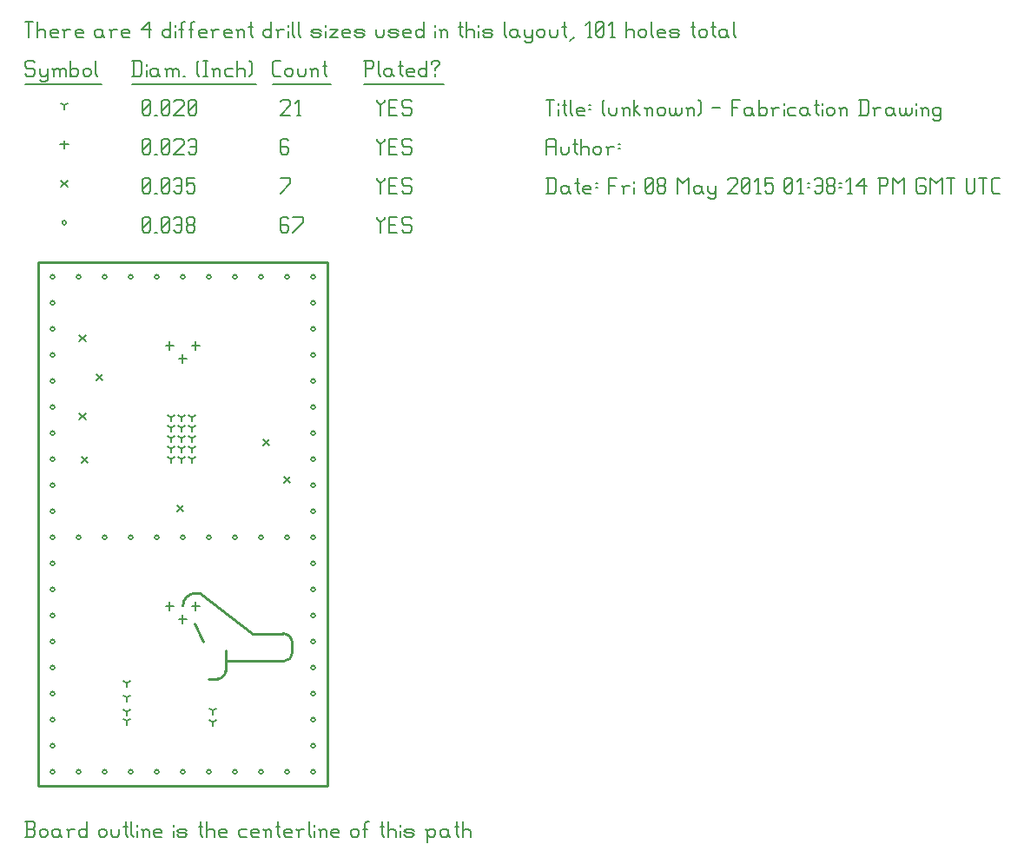
<source format=gbr>
G04 start of page 12 for group -3984 idx -3984 *
G04 Title: (unknown), fab *
G04 Creator: pcb 20140316 *
G04 CreationDate: Fri 08 May 2015 01:38:14 PM GMT UTC *
G04 For: fosse *
G04 Format: Gerber/RS-274X *
G04 PCB-Dimensions (mil): 1250.00 2150.00 *
G04 PCB-Coordinate-Origin: lower left *
%MOIN*%
%FSLAX25Y25*%
%LNFAB*%
%ADD93C,0.0100*%
%ADD92C,0.0060*%
%ADD91C,0.0080*%
G54D91*X9700Y205500D02*G75*G03X11300Y205500I800J0D01*G01*
G75*G03X9700Y205500I-800J0D01*G01*
Y195500D02*G75*G03X11300Y195500I800J0D01*G01*
G75*G03X9700Y195500I-800J0D01*G01*
Y185500D02*G75*G03X11300Y185500I800J0D01*G01*
G75*G03X9700Y185500I-800J0D01*G01*
Y175500D02*G75*G03X11300Y175500I800J0D01*G01*
G75*G03X9700Y175500I-800J0D01*G01*
Y165500D02*G75*G03X11300Y165500I800J0D01*G01*
G75*G03X9700Y165500I-800J0D01*G01*
Y155500D02*G75*G03X11300Y155500I800J0D01*G01*
G75*G03X9700Y155500I-800J0D01*G01*
Y145500D02*G75*G03X11300Y145500I800J0D01*G01*
G75*G03X9700Y145500I-800J0D01*G01*
Y135500D02*G75*G03X11300Y135500I800J0D01*G01*
G75*G03X9700Y135500I-800J0D01*G01*
Y125500D02*G75*G03X11300Y125500I800J0D01*G01*
G75*G03X9700Y125500I-800J0D01*G01*
Y115500D02*G75*G03X11300Y115500I800J0D01*G01*
G75*G03X9700Y115500I-800J0D01*G01*
Y105500D02*G75*G03X11300Y105500I800J0D01*G01*
G75*G03X9700Y105500I-800J0D01*G01*
Y95500D02*G75*G03X11300Y95500I800J0D01*G01*
G75*G03X9700Y95500I-800J0D01*G01*
Y85500D02*G75*G03X11300Y85500I800J0D01*G01*
G75*G03X9700Y85500I-800J0D01*G01*
Y75500D02*G75*G03X11300Y75500I800J0D01*G01*
G75*G03X9700Y75500I-800J0D01*G01*
Y65500D02*G75*G03X11300Y65500I800J0D01*G01*
G75*G03X9700Y65500I-800J0D01*G01*
Y55500D02*G75*G03X11300Y55500I800J0D01*G01*
G75*G03X9700Y55500I-800J0D01*G01*
Y45500D02*G75*G03X11300Y45500I800J0D01*G01*
G75*G03X9700Y45500I-800J0D01*G01*
Y35500D02*G75*G03X11300Y35500I800J0D01*G01*
G75*G03X9700Y35500I-800J0D01*G01*
Y25500D02*G75*G03X11300Y25500I800J0D01*G01*
G75*G03X9700Y25500I-800J0D01*G01*
Y15500D02*G75*G03X11300Y15500I800J0D01*G01*
G75*G03X9700Y15500I-800J0D01*G01*
X109700Y205500D02*G75*G03X111300Y205500I800J0D01*G01*
G75*G03X109700Y205500I-800J0D01*G01*
Y195500D02*G75*G03X111300Y195500I800J0D01*G01*
G75*G03X109700Y195500I-800J0D01*G01*
Y185500D02*G75*G03X111300Y185500I800J0D01*G01*
G75*G03X109700Y185500I-800J0D01*G01*
Y175500D02*G75*G03X111300Y175500I800J0D01*G01*
G75*G03X109700Y175500I-800J0D01*G01*
Y165500D02*G75*G03X111300Y165500I800J0D01*G01*
G75*G03X109700Y165500I-800J0D01*G01*
Y155500D02*G75*G03X111300Y155500I800J0D01*G01*
G75*G03X109700Y155500I-800J0D01*G01*
Y145500D02*G75*G03X111300Y145500I800J0D01*G01*
G75*G03X109700Y145500I-800J0D01*G01*
Y135500D02*G75*G03X111300Y135500I800J0D01*G01*
G75*G03X109700Y135500I-800J0D01*G01*
Y125500D02*G75*G03X111300Y125500I800J0D01*G01*
G75*G03X109700Y125500I-800J0D01*G01*
Y115500D02*G75*G03X111300Y115500I800J0D01*G01*
G75*G03X109700Y115500I-800J0D01*G01*
Y105500D02*G75*G03X111300Y105500I800J0D01*G01*
G75*G03X109700Y105500I-800J0D01*G01*
Y95500D02*G75*G03X111300Y95500I800J0D01*G01*
G75*G03X109700Y95500I-800J0D01*G01*
Y85500D02*G75*G03X111300Y85500I800J0D01*G01*
G75*G03X109700Y85500I-800J0D01*G01*
Y75500D02*G75*G03X111300Y75500I800J0D01*G01*
G75*G03X109700Y75500I-800J0D01*G01*
Y65500D02*G75*G03X111300Y65500I800J0D01*G01*
G75*G03X109700Y65500I-800J0D01*G01*
Y55500D02*G75*G03X111300Y55500I800J0D01*G01*
G75*G03X109700Y55500I-800J0D01*G01*
Y45500D02*G75*G03X111300Y45500I800J0D01*G01*
G75*G03X109700Y45500I-800J0D01*G01*
Y35500D02*G75*G03X111300Y35500I800J0D01*G01*
G75*G03X109700Y35500I-800J0D01*G01*
Y25500D02*G75*G03X111300Y25500I800J0D01*G01*
G75*G03X109700Y25500I-800J0D01*G01*
Y15500D02*G75*G03X111300Y15500I800J0D01*G01*
G75*G03X109700Y15500I-800J0D01*G01*
X19700D02*G75*G03X21300Y15500I800J0D01*G01*
G75*G03X19700Y15500I-800J0D01*G01*
X29700D02*G75*G03X31300Y15500I800J0D01*G01*
G75*G03X29700Y15500I-800J0D01*G01*
X39700D02*G75*G03X41300Y15500I800J0D01*G01*
G75*G03X39700Y15500I-800J0D01*G01*
X49700D02*G75*G03X51300Y15500I800J0D01*G01*
G75*G03X49700Y15500I-800J0D01*G01*
X59700D02*G75*G03X61300Y15500I800J0D01*G01*
G75*G03X59700Y15500I-800J0D01*G01*
X69700D02*G75*G03X71300Y15500I800J0D01*G01*
G75*G03X69700Y15500I-800J0D01*G01*
X79700D02*G75*G03X81300Y15500I800J0D01*G01*
G75*G03X79700Y15500I-800J0D01*G01*
X89700D02*G75*G03X91300Y15500I800J0D01*G01*
G75*G03X89700Y15500I-800J0D01*G01*
X99700D02*G75*G03X101300Y15500I800J0D01*G01*
G75*G03X99700Y15500I-800J0D01*G01*
X19700Y105500D02*G75*G03X21300Y105500I800J0D01*G01*
G75*G03X19700Y105500I-800J0D01*G01*
X29700D02*G75*G03X31300Y105500I800J0D01*G01*
G75*G03X29700Y105500I-800J0D01*G01*
X39700D02*G75*G03X41300Y105500I800J0D01*G01*
G75*G03X39700Y105500I-800J0D01*G01*
X49700D02*G75*G03X51300Y105500I800J0D01*G01*
G75*G03X49700Y105500I-800J0D01*G01*
X59700D02*G75*G03X61300Y105500I800J0D01*G01*
G75*G03X59700Y105500I-800J0D01*G01*
X69700D02*G75*G03X71300Y105500I800J0D01*G01*
G75*G03X69700Y105500I-800J0D01*G01*
X79700D02*G75*G03X81300Y105500I800J0D01*G01*
G75*G03X79700Y105500I-800J0D01*G01*
X89700D02*G75*G03X91300Y105500I800J0D01*G01*
G75*G03X89700Y105500I-800J0D01*G01*
X99700D02*G75*G03X101300Y105500I800J0D01*G01*
G75*G03X99700Y105500I-800J0D01*G01*
X19700Y205500D02*G75*G03X21300Y205500I800J0D01*G01*
G75*G03X19700Y205500I-800J0D01*G01*
X29700D02*G75*G03X31300Y205500I800J0D01*G01*
G75*G03X29700Y205500I-800J0D01*G01*
X39700D02*G75*G03X41300Y205500I800J0D01*G01*
G75*G03X39700Y205500I-800J0D01*G01*
X49700D02*G75*G03X51300Y205500I800J0D01*G01*
G75*G03X49700Y205500I-800J0D01*G01*
X59700D02*G75*G03X61300Y205500I800J0D01*G01*
G75*G03X59700Y205500I-800J0D01*G01*
X69700D02*G75*G03X71300Y205500I800J0D01*G01*
G75*G03X69700Y205500I-800J0D01*G01*
X79700D02*G75*G03X81300Y205500I800J0D01*G01*
G75*G03X79700Y205500I-800J0D01*G01*
X89700D02*G75*G03X91300Y205500I800J0D01*G01*
G75*G03X89700Y205500I-800J0D01*G01*
X99700D02*G75*G03X101300Y205500I800J0D01*G01*
G75*G03X99700Y205500I-800J0D01*G01*
X14200Y226250D02*G75*G03X15800Y226250I800J0D01*G01*
G75*G03X14200Y226250I-800J0D01*G01*
G54D92*X135000Y228500D02*Y227750D01*
X136500Y226250D01*
X138000Y227750D01*
Y228500D02*Y227750D01*
X136500Y226250D02*Y222500D01*
X139800Y225500D02*X142050D01*
X139800Y222500D02*X142800D01*
X139800Y228500D02*Y222500D01*
Y228500D02*X142800D01*
X147600D02*X148350Y227750D01*
X145350Y228500D02*X147600D01*
X144600Y227750D02*X145350Y228500D01*
X144600Y227750D02*Y226250D01*
X145350Y225500D01*
X147600D01*
X148350Y224750D01*
Y223250D01*
X147600Y222500D02*X148350Y223250D01*
X145350Y222500D02*X147600D01*
X144600Y223250D02*X145350Y222500D01*
X100250Y228500D02*X101000Y227750D01*
X98750Y228500D02*X100250D01*
X98000Y227750D02*X98750Y228500D01*
X98000Y227750D02*Y223250D01*
X98750Y222500D01*
X100250Y225500D02*X101000Y224750D01*
X98000Y225500D02*X100250D01*
X98750Y222500D02*X100250D01*
X101000Y223250D01*
Y224750D02*Y223250D01*
X102800Y222500D02*X106550Y226250D01*
Y228500D02*Y226250D01*
X102800Y228500D02*X106550D01*
X45000Y223250D02*X45750Y222500D01*
X45000Y227750D02*Y223250D01*
Y227750D02*X45750Y228500D01*
X47250D01*
X48000Y227750D01*
Y223250D01*
X47250Y222500D02*X48000Y223250D01*
X45750Y222500D02*X47250D01*
X45000Y224000D02*X48000Y227000D01*
X49800Y222500D02*X50550D01*
X52350Y223250D02*X53100Y222500D01*
X52350Y227750D02*Y223250D01*
Y227750D02*X53100Y228500D01*
X54600D01*
X55350Y227750D01*
Y223250D01*
X54600Y222500D02*X55350Y223250D01*
X53100Y222500D02*X54600D01*
X52350Y224000D02*X55350Y227000D01*
X57150Y227750D02*X57900Y228500D01*
X59400D01*
X60150Y227750D01*
Y223250D01*
X59400Y222500D02*X60150Y223250D01*
X57900Y222500D02*X59400D01*
X57150Y223250D02*X57900Y222500D01*
Y225500D02*X60150D01*
X61950Y223250D02*X62700Y222500D01*
X61950Y224750D02*Y223250D01*
Y224750D02*X62700Y225500D01*
X64200D01*
X64950Y224750D01*
Y223250D01*
X64200Y222500D02*X64950Y223250D01*
X62700Y222500D02*X64200D01*
X61950Y226250D02*X62700Y225500D01*
X61950Y227750D02*Y226250D01*
Y227750D02*X62700Y228500D01*
X64200D01*
X64950Y227750D01*
Y226250D01*
X64200Y225500D02*X64950Y226250D01*
X20800Y153200D02*X23200Y150800D01*
X20800D02*X23200Y153200D01*
X20800Y183200D02*X23200Y180800D01*
X20800D02*X23200Y183200D01*
X58300Y117700D02*X60700Y115300D01*
X58300D02*X60700Y117700D01*
X21550Y136450D02*X23950Y134050D01*
X21550D02*X23950Y136450D01*
X99300Y128700D02*X101700Y126300D01*
X99300D02*X101700Y128700D01*
X27300Y168200D02*X29700Y165800D01*
X27300D02*X29700Y168200D01*
X91300Y143200D02*X93700Y140800D01*
X91300D02*X93700Y143200D01*
X13800Y242450D02*X16200Y240050D01*
X13800D02*X16200Y242450D01*
X135000Y243500D02*Y242750D01*
X136500Y241250D01*
X138000Y242750D01*
Y243500D02*Y242750D01*
X136500Y241250D02*Y237500D01*
X139800Y240500D02*X142050D01*
X139800Y237500D02*X142800D01*
X139800Y243500D02*Y237500D01*
Y243500D02*X142800D01*
X147600D02*X148350Y242750D01*
X145350Y243500D02*X147600D01*
X144600Y242750D02*X145350Y243500D01*
X144600Y242750D02*Y241250D01*
X145350Y240500D01*
X147600D01*
X148350Y239750D01*
Y238250D01*
X147600Y237500D02*X148350Y238250D01*
X145350Y237500D02*X147600D01*
X144600Y238250D02*X145350Y237500D01*
X98000D02*X101750Y241250D01*
Y243500D02*Y241250D01*
X98000Y243500D02*X101750D01*
X45000Y238250D02*X45750Y237500D01*
X45000Y242750D02*Y238250D01*
Y242750D02*X45750Y243500D01*
X47250D01*
X48000Y242750D01*
Y238250D01*
X47250Y237500D02*X48000Y238250D01*
X45750Y237500D02*X47250D01*
X45000Y239000D02*X48000Y242000D01*
X49800Y237500D02*X50550D01*
X52350Y238250D02*X53100Y237500D01*
X52350Y242750D02*Y238250D01*
Y242750D02*X53100Y243500D01*
X54600D01*
X55350Y242750D01*
Y238250D01*
X54600Y237500D02*X55350Y238250D01*
X53100Y237500D02*X54600D01*
X52350Y239000D02*X55350Y242000D01*
X57150Y242750D02*X57900Y243500D01*
X59400D01*
X60150Y242750D01*
Y238250D01*
X59400Y237500D02*X60150Y238250D01*
X57900Y237500D02*X59400D01*
X57150Y238250D02*X57900Y237500D01*
Y240500D02*X60150D01*
X61950Y243500D02*X64950D01*
X61950D02*Y240500D01*
X62700Y241250D01*
X64200D01*
X64950Y240500D01*
Y238250D01*
X64200Y237500D02*X64950Y238250D01*
X62700Y237500D02*X64200D01*
X61950Y238250D02*X62700Y237500D01*
X55500Y80600D02*Y77400D01*
X53900Y79000D02*X57100D01*
X65500Y80600D02*Y77400D01*
X63900Y79000D02*X67100D01*
X60500Y75600D02*Y72400D01*
X58900Y74000D02*X62100D01*
X55500Y180600D02*Y177400D01*
X53900Y179000D02*X57100D01*
X65500Y180600D02*Y177400D01*
X63900Y179000D02*X67100D01*
X60500Y175600D02*Y172400D01*
X58900Y174000D02*X62100D01*
X15000Y257850D02*Y254650D01*
X13400Y256250D02*X16600D01*
X135000Y258500D02*Y257750D01*
X136500Y256250D01*
X138000Y257750D01*
Y258500D02*Y257750D01*
X136500Y256250D02*Y252500D01*
X139800Y255500D02*X142050D01*
X139800Y252500D02*X142800D01*
X139800Y258500D02*Y252500D01*
Y258500D02*X142800D01*
X147600D02*X148350Y257750D01*
X145350Y258500D02*X147600D01*
X144600Y257750D02*X145350Y258500D01*
X144600Y257750D02*Y256250D01*
X145350Y255500D01*
X147600D01*
X148350Y254750D01*
Y253250D01*
X147600Y252500D02*X148350Y253250D01*
X145350Y252500D02*X147600D01*
X144600Y253250D02*X145350Y252500D01*
X100250Y258500D02*X101000Y257750D01*
X98750Y258500D02*X100250D01*
X98000Y257750D02*X98750Y258500D01*
X98000Y257750D02*Y253250D01*
X98750Y252500D01*
X100250Y255500D02*X101000Y254750D01*
X98000Y255500D02*X100250D01*
X98750Y252500D02*X100250D01*
X101000Y253250D01*
Y254750D02*Y253250D01*
X45000D02*X45750Y252500D01*
X45000Y257750D02*Y253250D01*
Y257750D02*X45750Y258500D01*
X47250D01*
X48000Y257750D01*
Y253250D01*
X47250Y252500D02*X48000Y253250D01*
X45750Y252500D02*X47250D01*
X45000Y254000D02*X48000Y257000D01*
X49800Y252500D02*X50550D01*
X52350Y253250D02*X53100Y252500D01*
X52350Y257750D02*Y253250D01*
Y257750D02*X53100Y258500D01*
X54600D01*
X55350Y257750D01*
Y253250D01*
X54600Y252500D02*X55350Y253250D01*
X53100Y252500D02*X54600D01*
X52350Y254000D02*X55350Y257000D01*
X57150Y257750D02*X57900Y258500D01*
X60150D01*
X60900Y257750D01*
Y256250D01*
X57150Y252500D02*X60900Y256250D01*
X57150Y252500D02*X60900D01*
X62700Y257750D02*X63450Y258500D01*
X64950D01*
X65700Y257750D01*
Y253250D01*
X64950Y252500D02*X65700Y253250D01*
X63450Y252500D02*X64950D01*
X62700Y253250D02*X63450Y252500D01*
Y255500D02*X65700D01*
X64000Y151500D02*Y149900D01*
Y151500D02*X65387Y152300D01*
X64000Y151500D02*X62613Y152300D01*
X60000Y151500D02*Y149900D01*
Y151500D02*X61387Y152300D01*
X60000Y151500D02*X58613Y152300D01*
X56000Y151500D02*Y149900D01*
Y151500D02*X57387Y152300D01*
X56000Y151500D02*X54613Y152300D01*
X56000Y147500D02*Y145900D01*
Y147500D02*X57387Y148300D01*
X56000Y147500D02*X54613Y148300D01*
X60000Y147500D02*Y145900D01*
Y147500D02*X61387Y148300D01*
X60000Y147500D02*X58613Y148300D01*
X64000Y147500D02*Y145900D01*
Y147500D02*X65387Y148300D01*
X64000Y147500D02*X62613Y148300D01*
X64000Y143500D02*Y141900D01*
Y143500D02*X65387Y144300D01*
X64000Y143500D02*X62613Y144300D01*
X60000Y143500D02*Y141900D01*
Y143500D02*X61387Y144300D01*
X60000Y143500D02*X58613Y144300D01*
X56000Y143500D02*Y141900D01*
Y143500D02*X57387Y144300D01*
X56000Y143500D02*X54613Y144300D01*
X56000Y139500D02*Y137900D01*
Y139500D02*X57387Y140300D01*
X56000Y139500D02*X54613Y140300D01*
X60000Y139500D02*Y137900D01*
Y139500D02*X61387Y140300D01*
X60000Y139500D02*X58613Y140300D01*
X64000Y139500D02*Y137900D01*
Y139500D02*X65387Y140300D01*
X64000Y139500D02*X62613Y140300D01*
X64000Y135500D02*Y133900D01*
Y135500D02*X65387Y136300D01*
X64000Y135500D02*X62613Y136300D01*
X60000Y135500D02*Y133900D01*
Y135500D02*X61387Y136300D01*
X60000Y135500D02*X58613Y136300D01*
X56000Y135500D02*Y133900D01*
Y135500D02*X57387Y136300D01*
X56000Y135500D02*X54613Y136300D01*
X72000Y39000D02*Y37400D01*
Y39000D02*X73387Y39800D01*
X72000Y39000D02*X70613Y39800D01*
X39000Y35000D02*Y33400D01*
Y35000D02*X40387Y35800D01*
X39000Y35000D02*X37613Y35800D01*
X39000Y38500D02*Y36900D01*
Y38500D02*X40387Y39300D01*
X39000Y38500D02*X37613Y39300D01*
X72000Y34500D02*Y32900D01*
Y34500D02*X73387Y35300D01*
X72000Y34500D02*X70613Y35300D01*
X39000Y44000D02*Y42400D01*
Y44000D02*X40387Y44800D01*
X39000Y44000D02*X37613Y44800D01*
X39000Y49500D02*Y47900D01*
Y49500D02*X40387Y50300D01*
X39000Y49500D02*X37613Y50300D01*
X15000Y271250D02*Y269650D01*
Y271250D02*X16387Y272050D01*
X15000Y271250D02*X13613Y272050D01*
X135000Y273500D02*Y272750D01*
X136500Y271250D01*
X138000Y272750D01*
Y273500D02*Y272750D01*
X136500Y271250D02*Y267500D01*
X139800Y270500D02*X142050D01*
X139800Y267500D02*X142800D01*
X139800Y273500D02*Y267500D01*
Y273500D02*X142800D01*
X147600D02*X148350Y272750D01*
X145350Y273500D02*X147600D01*
X144600Y272750D02*X145350Y273500D01*
X144600Y272750D02*Y271250D01*
X145350Y270500D01*
X147600D01*
X148350Y269750D01*
Y268250D01*
X147600Y267500D02*X148350Y268250D01*
X145350Y267500D02*X147600D01*
X144600Y268250D02*X145350Y267500D01*
X98000Y272750D02*X98750Y273500D01*
X101000D01*
X101750Y272750D01*
Y271250D01*
X98000Y267500D02*X101750Y271250D01*
X98000Y267500D02*X101750D01*
X104300D02*X105800D01*
X105050Y273500D02*Y267500D01*
X103550Y272000D02*X105050Y273500D01*
X45000Y268250D02*X45750Y267500D01*
X45000Y272750D02*Y268250D01*
Y272750D02*X45750Y273500D01*
X47250D01*
X48000Y272750D01*
Y268250D01*
X47250Y267500D02*X48000Y268250D01*
X45750Y267500D02*X47250D01*
X45000Y269000D02*X48000Y272000D01*
X49800Y267500D02*X50550D01*
X52350Y268250D02*X53100Y267500D01*
X52350Y272750D02*Y268250D01*
Y272750D02*X53100Y273500D01*
X54600D01*
X55350Y272750D01*
Y268250D01*
X54600Y267500D02*X55350Y268250D01*
X53100Y267500D02*X54600D01*
X52350Y269000D02*X55350Y272000D01*
X57150Y272750D02*X57900Y273500D01*
X60150D01*
X60900Y272750D01*
Y271250D01*
X57150Y267500D02*X60900Y271250D01*
X57150Y267500D02*X60900D01*
X62700Y268250D02*X63450Y267500D01*
X62700Y272750D02*Y268250D01*
Y272750D02*X63450Y273500D01*
X64950D01*
X65700Y272750D01*
Y268250D01*
X64950Y267500D02*X65700Y268250D01*
X63450Y267500D02*X64950D01*
X62700Y269000D02*X65700Y272000D01*
X3000Y288500D02*X3750Y287750D01*
X750Y288500D02*X3000D01*
X0Y287750D02*X750Y288500D01*
X0Y287750D02*Y286250D01*
X750Y285500D01*
X3000D01*
X3750Y284750D01*
Y283250D01*
X3000Y282500D02*X3750Y283250D01*
X750Y282500D02*X3000D01*
X0Y283250D02*X750Y282500D01*
X5550Y285500D02*Y283250D01*
X6300Y282500D01*
X8550Y285500D02*Y281000D01*
X7800Y280250D02*X8550Y281000D01*
X6300Y280250D02*X7800D01*
X5550Y281000D02*X6300Y280250D01*
Y282500D02*X7800D01*
X8550Y283250D01*
X11100Y284750D02*Y282500D01*
Y284750D02*X11850Y285500D01*
X12600D01*
X13350Y284750D01*
Y282500D01*
Y284750D02*X14100Y285500D01*
X14850D01*
X15600Y284750D01*
Y282500D01*
X10350Y285500D02*X11100Y284750D01*
X17400Y288500D02*Y282500D01*
Y283250D02*X18150Y282500D01*
X19650D01*
X20400Y283250D01*
Y284750D02*Y283250D01*
X19650Y285500D02*X20400Y284750D01*
X18150Y285500D02*X19650D01*
X17400Y284750D02*X18150Y285500D01*
X22200Y284750D02*Y283250D01*
Y284750D02*X22950Y285500D01*
X24450D01*
X25200Y284750D01*
Y283250D01*
X24450Y282500D02*X25200Y283250D01*
X22950Y282500D02*X24450D01*
X22200Y283250D02*X22950Y282500D01*
X27000Y288500D02*Y283250D01*
X27750Y282500D01*
X0Y279250D02*X29250D01*
X41750Y288500D02*Y282500D01*
X44000Y288500D02*X44750Y287750D01*
Y283250D01*
X44000Y282500D02*X44750Y283250D01*
X41000Y282500D02*X44000D01*
X41000Y288500D02*X44000D01*
X46550Y287000D02*Y286250D01*
Y284750D02*Y282500D01*
X50300Y285500D02*X51050Y284750D01*
X48800Y285500D02*X50300D01*
X48050Y284750D02*X48800Y285500D01*
X48050Y284750D02*Y283250D01*
X48800Y282500D01*
X51050Y285500D02*Y283250D01*
X51800Y282500D01*
X48800D02*X50300D01*
X51050Y283250D01*
X54350Y284750D02*Y282500D01*
Y284750D02*X55100Y285500D01*
X55850D01*
X56600Y284750D01*
Y282500D01*
Y284750D02*X57350Y285500D01*
X58100D01*
X58850Y284750D01*
Y282500D01*
X53600Y285500D02*X54350Y284750D01*
X60650Y282500D02*X61400D01*
X65900Y283250D02*X66650Y282500D01*
X65900Y287750D02*X66650Y288500D01*
X65900Y287750D02*Y283250D01*
X68450Y288500D02*X69950D01*
X69200D02*Y282500D01*
X68450D02*X69950D01*
X72500Y284750D02*Y282500D01*
Y284750D02*X73250Y285500D01*
X74000D01*
X74750Y284750D01*
Y282500D01*
X71750Y285500D02*X72500Y284750D01*
X77300Y285500D02*X79550D01*
X76550Y284750D02*X77300Y285500D01*
X76550Y284750D02*Y283250D01*
X77300Y282500D01*
X79550D01*
X81350Y288500D02*Y282500D01*
Y284750D02*X82100Y285500D01*
X83600D01*
X84350Y284750D01*
Y282500D01*
X86150Y288500D02*X86900Y287750D01*
Y283250D01*
X86150Y282500D02*X86900Y283250D01*
X41000Y279250D02*X88700D01*
X95750Y282500D02*X98000D01*
X95000Y283250D02*X95750Y282500D01*
X95000Y287750D02*Y283250D01*
Y287750D02*X95750Y288500D01*
X98000D01*
X99800Y284750D02*Y283250D01*
Y284750D02*X100550Y285500D01*
X102050D01*
X102800Y284750D01*
Y283250D01*
X102050Y282500D02*X102800Y283250D01*
X100550Y282500D02*X102050D01*
X99800Y283250D02*X100550Y282500D01*
X104600Y285500D02*Y283250D01*
X105350Y282500D01*
X106850D01*
X107600Y283250D01*
Y285500D02*Y283250D01*
X110150Y284750D02*Y282500D01*
Y284750D02*X110900Y285500D01*
X111650D01*
X112400Y284750D01*
Y282500D01*
X109400Y285500D02*X110150Y284750D01*
X114950Y288500D02*Y283250D01*
X115700Y282500D01*
X114200Y286250D02*X115700D01*
X95000Y279250D02*X117200D01*
X130750Y288500D02*Y282500D01*
X130000Y288500D02*X133000D01*
X133750Y287750D01*
Y286250D01*
X133000Y285500D02*X133750Y286250D01*
X130750Y285500D02*X133000D01*
X135550Y288500D02*Y283250D01*
X136300Y282500D01*
X140050Y285500D02*X140800Y284750D01*
X138550Y285500D02*X140050D01*
X137800Y284750D02*X138550Y285500D01*
X137800Y284750D02*Y283250D01*
X138550Y282500D01*
X140800Y285500D02*Y283250D01*
X141550Y282500D01*
X138550D02*X140050D01*
X140800Y283250D01*
X144100Y288500D02*Y283250D01*
X144850Y282500D01*
X143350Y286250D02*X144850D01*
X147100Y282500D02*X149350D01*
X146350Y283250D02*X147100Y282500D01*
X146350Y284750D02*Y283250D01*
Y284750D02*X147100Y285500D01*
X148600D01*
X149350Y284750D01*
X146350Y284000D02*X149350D01*
Y284750D02*Y284000D01*
X154150Y288500D02*Y282500D01*
X153400D02*X154150Y283250D01*
X151900Y282500D02*X153400D01*
X151150Y283250D02*X151900Y282500D01*
X151150Y284750D02*Y283250D01*
Y284750D02*X151900Y285500D01*
X153400D01*
X154150Y284750D01*
X157450Y285500D02*Y284750D01*
Y283250D02*Y282500D01*
X155950Y287750D02*Y287000D01*
Y287750D02*X156700Y288500D01*
X158200D01*
X158950Y287750D01*
Y287000D01*
X157450Y285500D02*X158950Y287000D01*
X130000Y279250D02*X160750D01*
X0Y303500D02*X3000D01*
X1500D02*Y297500D01*
X4800Y303500D02*Y297500D01*
Y299750D02*X5550Y300500D01*
X7050D01*
X7800Y299750D01*
Y297500D01*
X10350D02*X12600D01*
X9600Y298250D02*X10350Y297500D01*
X9600Y299750D02*Y298250D01*
Y299750D02*X10350Y300500D01*
X11850D01*
X12600Y299750D01*
X9600Y299000D02*X12600D01*
Y299750D02*Y299000D01*
X15150Y299750D02*Y297500D01*
Y299750D02*X15900Y300500D01*
X17400D01*
X14400D02*X15150Y299750D01*
X19950Y297500D02*X22200D01*
X19200Y298250D02*X19950Y297500D01*
X19200Y299750D02*Y298250D01*
Y299750D02*X19950Y300500D01*
X21450D01*
X22200Y299750D01*
X19200Y299000D02*X22200D01*
Y299750D02*Y299000D01*
X28950Y300500D02*X29700Y299750D01*
X27450Y300500D02*X28950D01*
X26700Y299750D02*X27450Y300500D01*
X26700Y299750D02*Y298250D01*
X27450Y297500D01*
X29700Y300500D02*Y298250D01*
X30450Y297500D01*
X27450D02*X28950D01*
X29700Y298250D01*
X33000Y299750D02*Y297500D01*
Y299750D02*X33750Y300500D01*
X35250D01*
X32250D02*X33000Y299750D01*
X37800Y297500D02*X40050D01*
X37050Y298250D02*X37800Y297500D01*
X37050Y299750D02*Y298250D01*
Y299750D02*X37800Y300500D01*
X39300D01*
X40050Y299750D01*
X37050Y299000D02*X40050D01*
Y299750D02*Y299000D01*
X44550Y300500D02*X47550Y303500D01*
X44550Y300500D02*X48300D01*
X47550Y303500D02*Y297500D01*
X55800Y303500D02*Y297500D01*
X55050D02*X55800Y298250D01*
X53550Y297500D02*X55050D01*
X52800Y298250D02*X53550Y297500D01*
X52800Y299750D02*Y298250D01*
Y299750D02*X53550Y300500D01*
X55050D01*
X55800Y299750D01*
X57600Y302000D02*Y301250D01*
Y299750D02*Y297500D01*
X59850Y302750D02*Y297500D01*
Y302750D02*X60600Y303500D01*
X61350D01*
X59100Y300500D02*X60600D01*
X63600Y302750D02*Y297500D01*
Y302750D02*X64350Y303500D01*
X65100D01*
X62850Y300500D02*X64350D01*
X67350Y297500D02*X69600D01*
X66600Y298250D02*X67350Y297500D01*
X66600Y299750D02*Y298250D01*
Y299750D02*X67350Y300500D01*
X68850D01*
X69600Y299750D01*
X66600Y299000D02*X69600D01*
Y299750D02*Y299000D01*
X72150Y299750D02*Y297500D01*
Y299750D02*X72900Y300500D01*
X74400D01*
X71400D02*X72150Y299750D01*
X76950Y297500D02*X79200D01*
X76200Y298250D02*X76950Y297500D01*
X76200Y299750D02*Y298250D01*
Y299750D02*X76950Y300500D01*
X78450D01*
X79200Y299750D01*
X76200Y299000D02*X79200D01*
Y299750D02*Y299000D01*
X81750Y299750D02*Y297500D01*
Y299750D02*X82500Y300500D01*
X83250D01*
X84000Y299750D01*
Y297500D01*
X81000Y300500D02*X81750Y299750D01*
X86550Y303500D02*Y298250D01*
X87300Y297500D01*
X85800Y301250D02*X87300D01*
X94500Y303500D02*Y297500D01*
X93750D02*X94500Y298250D01*
X92250Y297500D02*X93750D01*
X91500Y298250D02*X92250Y297500D01*
X91500Y299750D02*Y298250D01*
Y299750D02*X92250Y300500D01*
X93750D01*
X94500Y299750D01*
X97050D02*Y297500D01*
Y299750D02*X97800Y300500D01*
X99300D01*
X96300D02*X97050Y299750D01*
X101100Y302000D02*Y301250D01*
Y299750D02*Y297500D01*
X102600Y303500D02*Y298250D01*
X103350Y297500D01*
X104850Y303500D02*Y298250D01*
X105600Y297500D01*
X110550D02*X112800D01*
X113550Y298250D01*
X112800Y299000D02*X113550Y298250D01*
X110550Y299000D02*X112800D01*
X109800Y299750D02*X110550Y299000D01*
X109800Y299750D02*X110550Y300500D01*
X112800D01*
X113550Y299750D01*
X109800Y298250D02*X110550Y297500D01*
X115350Y302000D02*Y301250D01*
Y299750D02*Y297500D01*
X116850Y300500D02*X119850D01*
X116850Y297500D02*X119850Y300500D01*
X116850Y297500D02*X119850D01*
X122400D02*X124650D01*
X121650Y298250D02*X122400Y297500D01*
X121650Y299750D02*Y298250D01*
Y299750D02*X122400Y300500D01*
X123900D01*
X124650Y299750D01*
X121650Y299000D02*X124650D01*
Y299750D02*Y299000D01*
X127200Y297500D02*X129450D01*
X130200Y298250D01*
X129450Y299000D02*X130200Y298250D01*
X127200Y299000D02*X129450D01*
X126450Y299750D02*X127200Y299000D01*
X126450Y299750D02*X127200Y300500D01*
X129450D01*
X130200Y299750D01*
X126450Y298250D02*X127200Y297500D01*
X134700Y300500D02*Y298250D01*
X135450Y297500D01*
X136950D01*
X137700Y298250D01*
Y300500D02*Y298250D01*
X140250Y297500D02*X142500D01*
X143250Y298250D01*
X142500Y299000D02*X143250Y298250D01*
X140250Y299000D02*X142500D01*
X139500Y299750D02*X140250Y299000D01*
X139500Y299750D02*X140250Y300500D01*
X142500D01*
X143250Y299750D01*
X139500Y298250D02*X140250Y297500D01*
X145800D02*X148050D01*
X145050Y298250D02*X145800Y297500D01*
X145050Y299750D02*Y298250D01*
Y299750D02*X145800Y300500D01*
X147300D01*
X148050Y299750D01*
X145050Y299000D02*X148050D01*
Y299750D02*Y299000D01*
X152850Y303500D02*Y297500D01*
X152100D02*X152850Y298250D01*
X150600Y297500D02*X152100D01*
X149850Y298250D02*X150600Y297500D01*
X149850Y299750D02*Y298250D01*
Y299750D02*X150600Y300500D01*
X152100D01*
X152850Y299750D01*
X157350Y302000D02*Y301250D01*
Y299750D02*Y297500D01*
X159600Y299750D02*Y297500D01*
Y299750D02*X160350Y300500D01*
X161100D01*
X161850Y299750D01*
Y297500D01*
X158850Y300500D02*X159600Y299750D01*
X167100Y303500D02*Y298250D01*
X167850Y297500D01*
X166350Y301250D02*X167850D01*
X169350Y303500D02*Y297500D01*
Y299750D02*X170100Y300500D01*
X171600D01*
X172350Y299750D01*
Y297500D01*
X174150Y302000D02*Y301250D01*
Y299750D02*Y297500D01*
X176400D02*X178650D01*
X179400Y298250D01*
X178650Y299000D02*X179400Y298250D01*
X176400Y299000D02*X178650D01*
X175650Y299750D02*X176400Y299000D01*
X175650Y299750D02*X176400Y300500D01*
X178650D01*
X179400Y299750D01*
X175650Y298250D02*X176400Y297500D01*
X183900Y303500D02*Y298250D01*
X184650Y297500D01*
X188400Y300500D02*X189150Y299750D01*
X186900Y300500D02*X188400D01*
X186150Y299750D02*X186900Y300500D01*
X186150Y299750D02*Y298250D01*
X186900Y297500D01*
X189150Y300500D02*Y298250D01*
X189900Y297500D01*
X186900D02*X188400D01*
X189150Y298250D01*
X191700Y300500D02*Y298250D01*
X192450Y297500D01*
X194700Y300500D02*Y296000D01*
X193950Y295250D02*X194700Y296000D01*
X192450Y295250D02*X193950D01*
X191700Y296000D02*X192450Y295250D01*
Y297500D02*X193950D01*
X194700Y298250D01*
X196500Y299750D02*Y298250D01*
Y299750D02*X197250Y300500D01*
X198750D01*
X199500Y299750D01*
Y298250D01*
X198750Y297500D02*X199500Y298250D01*
X197250Y297500D02*X198750D01*
X196500Y298250D02*X197250Y297500D01*
X201300Y300500D02*Y298250D01*
X202050Y297500D01*
X203550D01*
X204300Y298250D01*
Y300500D02*Y298250D01*
X206850Y303500D02*Y298250D01*
X207600Y297500D01*
X206100Y301250D02*X207600D01*
X209100Y296000D02*X210600Y297500D01*
X215850D02*X217350D01*
X216600Y303500D02*Y297500D01*
X215100Y302000D02*X216600Y303500D01*
X219150Y298250D02*X219900Y297500D01*
X219150Y302750D02*Y298250D01*
Y302750D02*X219900Y303500D01*
X221400D01*
X222150Y302750D01*
Y298250D01*
X221400Y297500D02*X222150Y298250D01*
X219900Y297500D02*X221400D01*
X219150Y299000D02*X222150Y302000D01*
X224700Y297500D02*X226200D01*
X225450Y303500D02*Y297500D01*
X223950Y302000D02*X225450Y303500D01*
X230700D02*Y297500D01*
Y299750D02*X231450Y300500D01*
X232950D01*
X233700Y299750D01*
Y297500D01*
X235500Y299750D02*Y298250D01*
Y299750D02*X236250Y300500D01*
X237750D01*
X238500Y299750D01*
Y298250D01*
X237750Y297500D02*X238500Y298250D01*
X236250Y297500D02*X237750D01*
X235500Y298250D02*X236250Y297500D01*
X240300Y303500D02*Y298250D01*
X241050Y297500D01*
X243300D02*X245550D01*
X242550Y298250D02*X243300Y297500D01*
X242550Y299750D02*Y298250D01*
Y299750D02*X243300Y300500D01*
X244800D01*
X245550Y299750D01*
X242550Y299000D02*X245550D01*
Y299750D02*Y299000D01*
X248100Y297500D02*X250350D01*
X251100Y298250D01*
X250350Y299000D02*X251100Y298250D01*
X248100Y299000D02*X250350D01*
X247350Y299750D02*X248100Y299000D01*
X247350Y299750D02*X248100Y300500D01*
X250350D01*
X251100Y299750D01*
X247350Y298250D02*X248100Y297500D01*
X256350Y303500D02*Y298250D01*
X257100Y297500D01*
X255600Y301250D02*X257100D01*
X258600Y299750D02*Y298250D01*
Y299750D02*X259350Y300500D01*
X260850D01*
X261600Y299750D01*
Y298250D01*
X260850Y297500D02*X261600Y298250D01*
X259350Y297500D02*X260850D01*
X258600Y298250D02*X259350Y297500D01*
X264150Y303500D02*Y298250D01*
X264900Y297500D01*
X263400Y301250D02*X264900D01*
X268650Y300500D02*X269400Y299750D01*
X267150Y300500D02*X268650D01*
X266400Y299750D02*X267150Y300500D01*
X266400Y299750D02*Y298250D01*
X267150Y297500D01*
X269400Y300500D02*Y298250D01*
X270150Y297500D01*
X267150D02*X268650D01*
X269400Y298250D01*
X271950Y303500D02*Y298250D01*
X272700Y297500D01*
G54D93*X5000Y211000D02*X116000D01*
Y10000D01*
X5000D01*
Y211000D01*
X67000Y84000D02*X87500Y68500D01*
X99000D02*X87500D01*
X102500Y65000D02*Y61000D01*
X65500Y84000D02*X67000D01*
X65000Y72500D02*X68500Y65500D01*
X77000Y58000D02*X99500D01*
X77000Y62000D02*Y54000D01*
X74000Y51000D02*X70500D01*
X99000Y68500D02*G75*G02X102500Y65000I0J-3500D01*G01*
X60500Y79000D02*G75*G02X65500Y84000I5000J0D01*G01*
X102500Y61000D02*G75*G02X99500Y58000I-3000J0D01*G01*
X77000Y54500D02*G75*G02X73500Y51000I-3500J0D01*G01*
G54D92*X0Y-9500D02*X3000D01*
X3750Y-8750D01*
Y-7250D02*Y-8750D01*
X3000Y-6500D02*X3750Y-7250D01*
X750Y-6500D02*X3000D01*
X750Y-3500D02*Y-9500D01*
X0Y-3500D02*X3000D01*
X3750Y-4250D01*
Y-5750D01*
X3000Y-6500D02*X3750Y-5750D01*
X5550Y-7250D02*Y-8750D01*
Y-7250D02*X6300Y-6500D01*
X7800D01*
X8550Y-7250D01*
Y-8750D01*
X7800Y-9500D02*X8550Y-8750D01*
X6300Y-9500D02*X7800D01*
X5550Y-8750D02*X6300Y-9500D01*
X12600Y-6500D02*X13350Y-7250D01*
X11100Y-6500D02*X12600D01*
X10350Y-7250D02*X11100Y-6500D01*
X10350Y-7250D02*Y-8750D01*
X11100Y-9500D01*
X13350Y-6500D02*Y-8750D01*
X14100Y-9500D01*
X11100D02*X12600D01*
X13350Y-8750D01*
X16650Y-7250D02*Y-9500D01*
Y-7250D02*X17400Y-6500D01*
X18900D01*
X15900D02*X16650Y-7250D01*
X23700Y-3500D02*Y-9500D01*
X22950D02*X23700Y-8750D01*
X21450Y-9500D02*X22950D01*
X20700Y-8750D02*X21450Y-9500D01*
X20700Y-7250D02*Y-8750D01*
Y-7250D02*X21450Y-6500D01*
X22950D01*
X23700Y-7250D01*
X28200D02*Y-8750D01*
Y-7250D02*X28950Y-6500D01*
X30450D01*
X31200Y-7250D01*
Y-8750D01*
X30450Y-9500D02*X31200Y-8750D01*
X28950Y-9500D02*X30450D01*
X28200Y-8750D02*X28950Y-9500D01*
X33000Y-6500D02*Y-8750D01*
X33750Y-9500D01*
X35250D01*
X36000Y-8750D01*
Y-6500D02*Y-8750D01*
X38550Y-3500D02*Y-8750D01*
X39300Y-9500D01*
X37800Y-5750D02*X39300D01*
X40800Y-3500D02*Y-8750D01*
X41550Y-9500D01*
X43050Y-5000D02*Y-5750D01*
Y-7250D02*Y-9500D01*
X45300Y-7250D02*Y-9500D01*
Y-7250D02*X46050Y-6500D01*
X46800D01*
X47550Y-7250D01*
Y-9500D01*
X44550Y-6500D02*X45300Y-7250D01*
X50100Y-9500D02*X52350D01*
X49350Y-8750D02*X50100Y-9500D01*
X49350Y-7250D02*Y-8750D01*
Y-7250D02*X50100Y-6500D01*
X51600D01*
X52350Y-7250D01*
X49350Y-8000D02*X52350D01*
Y-7250D02*Y-8000D01*
X56850Y-5000D02*Y-5750D01*
Y-7250D02*Y-9500D01*
X59100D02*X61350D01*
X62100Y-8750D01*
X61350Y-8000D02*X62100Y-8750D01*
X59100Y-8000D02*X61350D01*
X58350Y-7250D02*X59100Y-8000D01*
X58350Y-7250D02*X59100Y-6500D01*
X61350D01*
X62100Y-7250D01*
X58350Y-8750D02*X59100Y-9500D01*
X67350Y-3500D02*Y-8750D01*
X68100Y-9500D01*
X66600Y-5750D02*X68100D01*
X69600Y-3500D02*Y-9500D01*
Y-7250D02*X70350Y-6500D01*
X71850D01*
X72600Y-7250D01*
Y-9500D01*
X75150D02*X77400D01*
X74400Y-8750D02*X75150Y-9500D01*
X74400Y-7250D02*Y-8750D01*
Y-7250D02*X75150Y-6500D01*
X76650D01*
X77400Y-7250D01*
X74400Y-8000D02*X77400D01*
Y-7250D02*Y-8000D01*
X82650Y-6500D02*X84900D01*
X81900Y-7250D02*X82650Y-6500D01*
X81900Y-7250D02*Y-8750D01*
X82650Y-9500D01*
X84900D01*
X87450D02*X89700D01*
X86700Y-8750D02*X87450Y-9500D01*
X86700Y-7250D02*Y-8750D01*
Y-7250D02*X87450Y-6500D01*
X88950D01*
X89700Y-7250D01*
X86700Y-8000D02*X89700D01*
Y-7250D02*Y-8000D01*
X92250Y-7250D02*Y-9500D01*
Y-7250D02*X93000Y-6500D01*
X93750D01*
X94500Y-7250D01*
Y-9500D01*
X91500Y-6500D02*X92250Y-7250D01*
X97050Y-3500D02*Y-8750D01*
X97800Y-9500D01*
X96300Y-5750D02*X97800D01*
X100050Y-9500D02*X102300D01*
X99300Y-8750D02*X100050Y-9500D01*
X99300Y-7250D02*Y-8750D01*
Y-7250D02*X100050Y-6500D01*
X101550D01*
X102300Y-7250D01*
X99300Y-8000D02*X102300D01*
Y-7250D02*Y-8000D01*
X104850Y-7250D02*Y-9500D01*
Y-7250D02*X105600Y-6500D01*
X107100D01*
X104100D02*X104850Y-7250D01*
X108900Y-3500D02*Y-8750D01*
X109650Y-9500D01*
X111150Y-5000D02*Y-5750D01*
Y-7250D02*Y-9500D01*
X113400Y-7250D02*Y-9500D01*
Y-7250D02*X114150Y-6500D01*
X114900D01*
X115650Y-7250D01*
Y-9500D01*
X112650Y-6500D02*X113400Y-7250D01*
X118200Y-9500D02*X120450D01*
X117450Y-8750D02*X118200Y-9500D01*
X117450Y-7250D02*Y-8750D01*
Y-7250D02*X118200Y-6500D01*
X119700D01*
X120450Y-7250D01*
X117450Y-8000D02*X120450D01*
Y-7250D02*Y-8000D01*
X124950Y-7250D02*Y-8750D01*
Y-7250D02*X125700Y-6500D01*
X127200D01*
X127950Y-7250D01*
Y-8750D01*
X127200Y-9500D02*X127950Y-8750D01*
X125700Y-9500D02*X127200D01*
X124950Y-8750D02*X125700Y-9500D01*
X130500Y-4250D02*Y-9500D01*
Y-4250D02*X131250Y-3500D01*
X132000D01*
X129750Y-6500D02*X131250D01*
X136950Y-3500D02*Y-8750D01*
X137700Y-9500D01*
X136200Y-5750D02*X137700D01*
X139200Y-3500D02*Y-9500D01*
Y-7250D02*X139950Y-6500D01*
X141450D01*
X142200Y-7250D01*
Y-9500D01*
X144000Y-5000D02*Y-5750D01*
Y-7250D02*Y-9500D01*
X146250D02*X148500D01*
X149250Y-8750D01*
X148500Y-8000D02*X149250Y-8750D01*
X146250Y-8000D02*X148500D01*
X145500Y-7250D02*X146250Y-8000D01*
X145500Y-7250D02*X146250Y-6500D01*
X148500D01*
X149250Y-7250D01*
X145500Y-8750D02*X146250Y-9500D01*
X154500Y-7250D02*Y-11750D01*
X153750Y-6500D02*X154500Y-7250D01*
X155250Y-6500D01*
X156750D01*
X157500Y-7250D01*
Y-8750D01*
X156750Y-9500D02*X157500Y-8750D01*
X155250Y-9500D02*X156750D01*
X154500Y-8750D02*X155250Y-9500D01*
X161550Y-6500D02*X162300Y-7250D01*
X160050Y-6500D02*X161550D01*
X159300Y-7250D02*X160050Y-6500D01*
X159300Y-7250D02*Y-8750D01*
X160050Y-9500D01*
X162300Y-6500D02*Y-8750D01*
X163050Y-9500D01*
X160050D02*X161550D01*
X162300Y-8750D01*
X165600Y-3500D02*Y-8750D01*
X166350Y-9500D01*
X164850Y-5750D02*X166350D01*
X167850Y-3500D02*Y-9500D01*
Y-7250D02*X168600Y-6500D01*
X170100D01*
X170850Y-7250D01*
Y-9500D01*
X200750Y243500D02*Y237500D01*
X203000Y243500D02*X203750Y242750D01*
Y238250D01*
X203000Y237500D02*X203750Y238250D01*
X200000Y237500D02*X203000D01*
X200000Y243500D02*X203000D01*
X207800Y240500D02*X208550Y239750D01*
X206300Y240500D02*X207800D01*
X205550Y239750D02*X206300Y240500D01*
X205550Y239750D02*Y238250D01*
X206300Y237500D01*
X208550Y240500D02*Y238250D01*
X209300Y237500D01*
X206300D02*X207800D01*
X208550Y238250D01*
X211850Y243500D02*Y238250D01*
X212600Y237500D01*
X211100Y241250D02*X212600D01*
X214850Y237500D02*X217100D01*
X214100Y238250D02*X214850Y237500D01*
X214100Y239750D02*Y238250D01*
Y239750D02*X214850Y240500D01*
X216350D01*
X217100Y239750D01*
X214100Y239000D02*X217100D01*
Y239750D02*Y239000D01*
X218900Y241250D02*X219650D01*
X218900Y239750D02*X219650D01*
X224150Y243500D02*Y237500D01*
Y243500D02*X227150D01*
X224150Y240500D02*X226400D01*
X229700Y239750D02*Y237500D01*
Y239750D02*X230450Y240500D01*
X231950D01*
X228950D02*X229700Y239750D01*
X233750Y242000D02*Y241250D01*
Y239750D02*Y237500D01*
X237950Y238250D02*X238700Y237500D01*
X237950Y242750D02*Y238250D01*
Y242750D02*X238700Y243500D01*
X240200D01*
X240950Y242750D01*
Y238250D01*
X240200Y237500D02*X240950Y238250D01*
X238700Y237500D02*X240200D01*
X237950Y239000D02*X240950Y242000D01*
X242750Y238250D02*X243500Y237500D01*
X242750Y239750D02*Y238250D01*
Y239750D02*X243500Y240500D01*
X245000D01*
X245750Y239750D01*
Y238250D01*
X245000Y237500D02*X245750Y238250D01*
X243500Y237500D02*X245000D01*
X242750Y241250D02*X243500Y240500D01*
X242750Y242750D02*Y241250D01*
Y242750D02*X243500Y243500D01*
X245000D01*
X245750Y242750D01*
Y241250D01*
X245000Y240500D02*X245750Y241250D01*
X250250Y243500D02*Y237500D01*
Y243500D02*X252500Y241250D01*
X254750Y243500D01*
Y237500D01*
X258800Y240500D02*X259550Y239750D01*
X257300Y240500D02*X258800D01*
X256550Y239750D02*X257300Y240500D01*
X256550Y239750D02*Y238250D01*
X257300Y237500D01*
X259550Y240500D02*Y238250D01*
X260300Y237500D01*
X257300D02*X258800D01*
X259550Y238250D01*
X262100Y240500D02*Y238250D01*
X262850Y237500D01*
X265100Y240500D02*Y236000D01*
X264350Y235250D02*X265100Y236000D01*
X262850Y235250D02*X264350D01*
X262100Y236000D02*X262850Y235250D01*
Y237500D02*X264350D01*
X265100Y238250D01*
X269600Y242750D02*X270350Y243500D01*
X272600D01*
X273350Y242750D01*
Y241250D01*
X269600Y237500D02*X273350Y241250D01*
X269600Y237500D02*X273350D01*
X275150Y238250D02*X275900Y237500D01*
X275150Y242750D02*Y238250D01*
Y242750D02*X275900Y243500D01*
X277400D01*
X278150Y242750D01*
Y238250D01*
X277400Y237500D02*X278150Y238250D01*
X275900Y237500D02*X277400D01*
X275150Y239000D02*X278150Y242000D01*
X280700Y237500D02*X282200D01*
X281450Y243500D02*Y237500D01*
X279950Y242000D02*X281450Y243500D01*
X284000D02*X287000D01*
X284000D02*Y240500D01*
X284750Y241250D01*
X286250D01*
X287000Y240500D01*
Y238250D01*
X286250Y237500D02*X287000Y238250D01*
X284750Y237500D02*X286250D01*
X284000Y238250D02*X284750Y237500D01*
X291500Y238250D02*X292250Y237500D01*
X291500Y242750D02*Y238250D01*
Y242750D02*X292250Y243500D01*
X293750D01*
X294500Y242750D01*
Y238250D01*
X293750Y237500D02*X294500Y238250D01*
X292250Y237500D02*X293750D01*
X291500Y239000D02*X294500Y242000D01*
X297050Y237500D02*X298550D01*
X297800Y243500D02*Y237500D01*
X296300Y242000D02*X297800Y243500D01*
X300350Y241250D02*X301100D01*
X300350Y239750D02*X301100D01*
X302900Y242750D02*X303650Y243500D01*
X305150D01*
X305900Y242750D01*
Y238250D01*
X305150Y237500D02*X305900Y238250D01*
X303650Y237500D02*X305150D01*
X302900Y238250D02*X303650Y237500D01*
Y240500D02*X305900D01*
X307700Y238250D02*X308450Y237500D01*
X307700Y239750D02*Y238250D01*
Y239750D02*X308450Y240500D01*
X309950D01*
X310700Y239750D01*
Y238250D01*
X309950Y237500D02*X310700Y238250D01*
X308450Y237500D02*X309950D01*
X307700Y241250D02*X308450Y240500D01*
X307700Y242750D02*Y241250D01*
Y242750D02*X308450Y243500D01*
X309950D01*
X310700Y242750D01*
Y241250D01*
X309950Y240500D02*X310700Y241250D01*
X312500D02*X313250D01*
X312500Y239750D02*X313250D01*
X315800Y237500D02*X317300D01*
X316550Y243500D02*Y237500D01*
X315050Y242000D02*X316550Y243500D01*
X319100Y240500D02*X322100Y243500D01*
X319100Y240500D02*X322850D01*
X322100Y243500D02*Y237500D01*
X328100Y243500D02*Y237500D01*
X327350Y243500D02*X330350D01*
X331100Y242750D01*
Y241250D01*
X330350Y240500D02*X331100Y241250D01*
X328100Y240500D02*X330350D01*
X332900Y243500D02*Y237500D01*
Y243500D02*X335150Y241250D01*
X337400Y243500D01*
Y237500D01*
X344900Y243500D02*X345650Y242750D01*
X342650Y243500D02*X344900D01*
X341900Y242750D02*X342650Y243500D01*
X341900Y242750D02*Y238250D01*
X342650Y237500D01*
X344900D01*
X345650Y238250D01*
Y239750D02*Y238250D01*
X344900Y240500D02*X345650Y239750D01*
X343400Y240500D02*X344900D01*
X347450Y243500D02*Y237500D01*
Y243500D02*X349700Y241250D01*
X351950Y243500D01*
Y237500D01*
X353750Y243500D02*X356750D01*
X355250D02*Y237500D01*
X361250Y243500D02*Y238250D01*
X362000Y237500D01*
X363500D01*
X364250Y238250D01*
Y243500D02*Y238250D01*
X366050Y243500D02*X369050D01*
X367550D02*Y237500D01*
X371600D02*X373850D01*
X370850Y238250D02*X371600Y237500D01*
X370850Y242750D02*Y238250D01*
Y242750D02*X371600Y243500D01*
X373850D01*
X200000Y257750D02*Y252500D01*
Y257750D02*X200750Y258500D01*
X203000D01*
X203750Y257750D01*
Y252500D01*
X200000Y255500D02*X203750D01*
X205550D02*Y253250D01*
X206300Y252500D01*
X207800D01*
X208550Y253250D01*
Y255500D02*Y253250D01*
X211100Y258500D02*Y253250D01*
X211850Y252500D01*
X210350Y256250D02*X211850D01*
X213350Y258500D02*Y252500D01*
Y254750D02*X214100Y255500D01*
X215600D01*
X216350Y254750D01*
Y252500D01*
X218150Y254750D02*Y253250D01*
Y254750D02*X218900Y255500D01*
X220400D01*
X221150Y254750D01*
Y253250D01*
X220400Y252500D02*X221150Y253250D01*
X218900Y252500D02*X220400D01*
X218150Y253250D02*X218900Y252500D01*
X223700Y254750D02*Y252500D01*
Y254750D02*X224450Y255500D01*
X225950D01*
X222950D02*X223700Y254750D01*
X227750Y256250D02*X228500D01*
X227750Y254750D02*X228500D01*
X200000Y273500D02*X203000D01*
X201500D02*Y267500D01*
X204800Y272000D02*Y271250D01*
Y269750D02*Y267500D01*
X207050Y273500D02*Y268250D01*
X207800Y267500D01*
X206300Y271250D02*X207800D01*
X209300Y273500D02*Y268250D01*
X210050Y267500D01*
X212300D02*X214550D01*
X211550Y268250D02*X212300Y267500D01*
X211550Y269750D02*Y268250D01*
Y269750D02*X212300Y270500D01*
X213800D01*
X214550Y269750D01*
X211550Y269000D02*X214550D01*
Y269750D02*Y269000D01*
X216350Y271250D02*X217100D01*
X216350Y269750D02*X217100D01*
X221600Y268250D02*X222350Y267500D01*
X221600Y272750D02*X222350Y273500D01*
X221600Y272750D02*Y268250D01*
X224150Y270500D02*Y268250D01*
X224900Y267500D01*
X226400D01*
X227150Y268250D01*
Y270500D02*Y268250D01*
X229700Y269750D02*Y267500D01*
Y269750D02*X230450Y270500D01*
X231200D01*
X231950Y269750D01*
Y267500D01*
X228950Y270500D02*X229700Y269750D01*
X233750Y273500D02*Y267500D01*
Y269750D02*X236000Y267500D01*
X233750Y269750D02*X235250Y271250D01*
X238550Y269750D02*Y267500D01*
Y269750D02*X239300Y270500D01*
X240050D01*
X240800Y269750D01*
Y267500D01*
X237800Y270500D02*X238550Y269750D01*
X242600D02*Y268250D01*
Y269750D02*X243350Y270500D01*
X244850D01*
X245600Y269750D01*
Y268250D01*
X244850Y267500D02*X245600Y268250D01*
X243350Y267500D02*X244850D01*
X242600Y268250D02*X243350Y267500D01*
X247400Y270500D02*Y268250D01*
X248150Y267500D01*
X248900D01*
X249650Y268250D01*
Y270500D02*Y268250D01*
X250400Y267500D01*
X251150D01*
X251900Y268250D01*
Y270500D02*Y268250D01*
X254450Y269750D02*Y267500D01*
Y269750D02*X255200Y270500D01*
X255950D01*
X256700Y269750D01*
Y267500D01*
X253700Y270500D02*X254450Y269750D01*
X258500Y273500D02*X259250Y272750D01*
Y268250D01*
X258500Y267500D02*X259250Y268250D01*
X263750Y270500D02*X266750D01*
X271250Y273500D02*Y267500D01*
Y273500D02*X274250D01*
X271250Y270500D02*X273500D01*
X278300D02*X279050Y269750D01*
X276800Y270500D02*X278300D01*
X276050Y269750D02*X276800Y270500D01*
X276050Y269750D02*Y268250D01*
X276800Y267500D01*
X279050Y270500D02*Y268250D01*
X279800Y267500D01*
X276800D02*X278300D01*
X279050Y268250D01*
X281600Y273500D02*Y267500D01*
Y268250D02*X282350Y267500D01*
X283850D01*
X284600Y268250D01*
Y269750D02*Y268250D01*
X283850Y270500D02*X284600Y269750D01*
X282350Y270500D02*X283850D01*
X281600Y269750D02*X282350Y270500D01*
X287150Y269750D02*Y267500D01*
Y269750D02*X287900Y270500D01*
X289400D01*
X286400D02*X287150Y269750D01*
X291200Y272000D02*Y271250D01*
Y269750D02*Y267500D01*
X293450Y270500D02*X295700D01*
X292700Y269750D02*X293450Y270500D01*
X292700Y269750D02*Y268250D01*
X293450Y267500D01*
X295700D01*
X299750Y270500D02*X300500Y269750D01*
X298250Y270500D02*X299750D01*
X297500Y269750D02*X298250Y270500D01*
X297500Y269750D02*Y268250D01*
X298250Y267500D01*
X300500Y270500D02*Y268250D01*
X301250Y267500D01*
X298250D02*X299750D01*
X300500Y268250D01*
X303800Y273500D02*Y268250D01*
X304550Y267500D01*
X303050Y271250D02*X304550D01*
X306050Y272000D02*Y271250D01*
Y269750D02*Y267500D01*
X307550Y269750D02*Y268250D01*
Y269750D02*X308300Y270500D01*
X309800D01*
X310550Y269750D01*
Y268250D01*
X309800Y267500D02*X310550Y268250D01*
X308300Y267500D02*X309800D01*
X307550Y268250D02*X308300Y267500D01*
X313100Y269750D02*Y267500D01*
Y269750D02*X313850Y270500D01*
X314600D01*
X315350Y269750D01*
Y267500D01*
X312350Y270500D02*X313100Y269750D01*
X320600Y273500D02*Y267500D01*
X322850Y273500D02*X323600Y272750D01*
Y268250D01*
X322850Y267500D02*X323600Y268250D01*
X319850Y267500D02*X322850D01*
X319850Y273500D02*X322850D01*
X326150Y269750D02*Y267500D01*
Y269750D02*X326900Y270500D01*
X328400D01*
X325400D02*X326150Y269750D01*
X332450Y270500D02*X333200Y269750D01*
X330950Y270500D02*X332450D01*
X330200Y269750D02*X330950Y270500D01*
X330200Y269750D02*Y268250D01*
X330950Y267500D01*
X333200Y270500D02*Y268250D01*
X333950Y267500D01*
X330950D02*X332450D01*
X333200Y268250D01*
X335750Y270500D02*Y268250D01*
X336500Y267500D01*
X337250D01*
X338000Y268250D01*
Y270500D02*Y268250D01*
X338750Y267500D01*
X339500D01*
X340250Y268250D01*
Y270500D02*Y268250D01*
X342050Y272000D02*Y271250D01*
Y269750D02*Y267500D01*
X344300Y269750D02*Y267500D01*
Y269750D02*X345050Y270500D01*
X345800D01*
X346550Y269750D01*
Y267500D01*
X343550Y270500D02*X344300Y269750D01*
X350600Y270500D02*X351350Y269750D01*
X349100Y270500D02*X350600D01*
X348350Y269750D02*X349100Y270500D01*
X348350Y269750D02*Y268250D01*
X349100Y267500D01*
X350600D01*
X351350Y268250D01*
X348350Y266000D02*X349100Y265250D01*
X350600D01*
X351350Y266000D01*
Y270500D02*Y266000D01*
M02*

</source>
